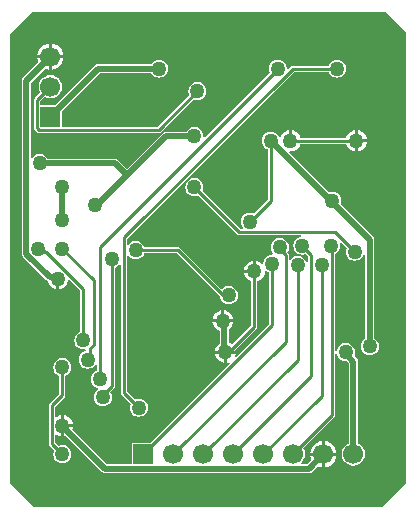
<source format=gbl>
G04*
G04 #@! TF.GenerationSoftware,Altium Limited,Altium Designer,20.0.9 (164)*
G04*
G04 Layer_Physical_Order=2*
G04 Layer_Color=16711680*
%FSLAX25Y25*%
%MOIN*%
G70*
G01*
G75*
%ADD10C,0.01000*%
%ADD43C,0.02000*%
%ADD44R,0.06693X0.06693*%
%ADD45C,0.06693*%
%ADD46R,0.06693X0.06693*%
%ADD47C,0.05000*%
G36*
X391480Y492578D02*
Y342500D01*
Y342422D01*
X383578Y334520D01*
X267422D01*
X259520Y342422D01*
Y492078D01*
X266922Y499480D01*
X384578D01*
X391480Y492578D01*
D02*
G37*
%LPC*%
G36*
X273500Y488818D02*
Y485000D01*
X277318D01*
X277235Y485635D01*
X276797Y486692D01*
X276100Y487600D01*
X275192Y488297D01*
X274135Y488735D01*
X273500Y488818D01*
D02*
G37*
G36*
X272500D02*
X271865Y488735D01*
X270808Y488297D01*
X269900Y487600D01*
X269203Y486692D01*
X268765Y485635D01*
X268682Y485000D01*
X272500D01*
Y488818D01*
D02*
G37*
G36*
X277318Y484000D02*
X273500D01*
Y480182D01*
X274135Y480265D01*
X275192Y480703D01*
X276100Y481400D01*
X276797Y482308D01*
X277235Y483365D01*
X277318Y484000D01*
D02*
G37*
G36*
X272500D02*
X268682D01*
X268765Y483365D01*
X269040Y482703D01*
X263919Y477581D01*
X263587Y477085D01*
X263471Y476500D01*
Y418843D01*
X263587Y418258D01*
X263919Y417762D01*
X271688Y409993D01*
X272070Y409737D01*
X272090Y409586D01*
X272443Y408735D01*
X273004Y408004D01*
X273735Y407443D01*
X274586Y407090D01*
X275000Y407036D01*
Y410500D01*
X276000D01*
Y407036D01*
X276414Y407090D01*
X277265Y407443D01*
X277996Y408004D01*
X278557Y408735D01*
X278910Y409586D01*
X278951Y409900D01*
X279479Y410079D01*
X282980Y406578D01*
Y392825D01*
X282487Y392620D01*
X281860Y392140D01*
X281380Y391513D01*
X281077Y390783D01*
X280974Y390000D01*
X281077Y389217D01*
X281380Y388487D01*
X281860Y387860D01*
X282487Y387380D01*
X283217Y387077D01*
X284000Y386974D01*
X284528Y387044D01*
X284884Y386718D01*
X284935Y386589D01*
X284902Y386447D01*
X284717Y386423D01*
X283987Y386121D01*
X283360Y385640D01*
X282879Y385013D01*
X282577Y384283D01*
X282474Y383500D01*
X282577Y382717D01*
X282879Y381987D01*
X283360Y381360D01*
X283987Y380879D01*
X284717Y380577D01*
X285500Y380474D01*
X286283Y380577D01*
X287013Y380879D01*
X287640Y381360D01*
X287980Y381804D01*
X288480Y381635D01*
Y379825D01*
X287987Y379621D01*
X287360Y379140D01*
X286879Y378513D01*
X286577Y377783D01*
X286474Y377000D01*
X286577Y376217D01*
X286879Y375487D01*
X287360Y374860D01*
X287987Y374379D01*
X288717Y374077D01*
X288782Y374069D01*
X288860Y373898D01*
X288895Y373550D01*
X288360Y373140D01*
X287879Y372513D01*
X287577Y371783D01*
X287474Y371000D01*
X287577Y370217D01*
X287879Y369487D01*
X288360Y368860D01*
X288987Y368379D01*
X289717Y368077D01*
X290500Y367974D01*
X291283Y368077D01*
X292013Y368379D01*
X292640Y368860D01*
X293121Y369487D01*
X293423Y370217D01*
X293526Y371000D01*
X293423Y371783D01*
X293121Y372513D01*
X292981Y372695D01*
X294221Y373936D01*
X294442Y374267D01*
X294520Y374657D01*
Y414175D01*
X295013Y414380D01*
X295640Y414860D01*
X295980Y415305D01*
X296480Y415135D01*
Y372500D01*
X296558Y372110D01*
X296779Y371779D01*
X299782Y368776D01*
X299577Y368283D01*
X299474Y367500D01*
X299577Y366717D01*
X299880Y365987D01*
X300360Y365360D01*
X300987Y364879D01*
X301717Y364577D01*
X302500Y364474D01*
X303283Y364577D01*
X304013Y364879D01*
X304640Y365360D01*
X305120Y365987D01*
X305423Y366717D01*
X305526Y367500D01*
X305423Y368283D01*
X305120Y369013D01*
X304640Y369640D01*
X304013Y370121D01*
X303283Y370423D01*
X302500Y370526D01*
X301717Y370423D01*
X301223Y370218D01*
X298520Y372922D01*
Y418135D01*
X299020Y418304D01*
X299360Y417860D01*
X299987Y417380D01*
X300717Y417077D01*
X301500Y416974D01*
X302283Y417077D01*
X303013Y417380D01*
X303640Y417860D01*
X304120Y418487D01*
X304325Y418980D01*
X315078D01*
X329537Y404521D01*
X329577Y404217D01*
X329879Y403487D01*
X330360Y402860D01*
X330987Y402380D01*
X331717Y402077D01*
X332500Y401974D01*
X333283Y402077D01*
X334013Y402380D01*
X334640Y402860D01*
X335121Y403487D01*
X335423Y404217D01*
X335526Y405000D01*
X335423Y405783D01*
X335121Y406513D01*
X334640Y407140D01*
X334013Y407620D01*
X333283Y407923D01*
X332500Y408026D01*
X331717Y407923D01*
X330987Y407620D01*
X330360Y407140D01*
X330349Y407125D01*
X329850Y407092D01*
X316221Y420721D01*
X315890Y420942D01*
X315500Y421020D01*
X304325D01*
X304120Y421513D01*
X303640Y422140D01*
X303013Y422620D01*
X302283Y422923D01*
X301500Y423026D01*
X300717Y422923D01*
X299987Y422620D01*
X299360Y422140D01*
X299020Y421696D01*
X298520Y421865D01*
Y423850D01*
X354150Y479480D01*
X365731D01*
X365935Y478987D01*
X366416Y478360D01*
X367042Y477879D01*
X367772Y477577D01*
X368555Y477474D01*
X369339Y477577D01*
X370068Y477879D01*
X370695Y478360D01*
X371176Y478987D01*
X371478Y479717D01*
X371581Y480500D01*
X371478Y481283D01*
X371176Y482013D01*
X370695Y482640D01*
X370068Y483120D01*
X369339Y483423D01*
X368555Y483526D01*
X367772Y483423D01*
X367042Y483120D01*
X366416Y482640D01*
X365935Y482013D01*
X365731Y481520D01*
X353727D01*
X353337Y481442D01*
X353006Y481221D01*
X352280Y480495D01*
X351777Y480699D01*
X351700Y481283D01*
X351398Y482013D01*
X350917Y482640D01*
X350290Y483120D01*
X349561Y483423D01*
X348778Y483526D01*
X347994Y483423D01*
X347265Y483120D01*
X346638Y482640D01*
X346157Y482013D01*
X345855Y481283D01*
X345752Y480500D01*
X345855Y479717D01*
X346059Y479223D01*
X324484Y457648D01*
X324010Y457882D01*
X324026Y458000D01*
X323923Y458783D01*
X323621Y459513D01*
X323140Y460140D01*
X322513Y460620D01*
X321783Y460923D01*
X321000Y461026D01*
X320217Y460923D01*
X319487Y460620D01*
X318860Y460140D01*
X318392Y459529D01*
X311500D01*
X310915Y459413D01*
X310419Y459081D01*
X298500Y447163D01*
X295581Y450081D01*
X295085Y450413D01*
X294500Y450529D01*
X272108D01*
X271640Y451140D01*
X271013Y451620D01*
X270283Y451923D01*
X269500Y452026D01*
X268717Y451923D01*
X267987Y451620D01*
X267360Y451140D01*
X267029Y450708D01*
X266529Y450878D01*
Y475867D01*
X271203Y480540D01*
X271865Y480265D01*
X272500Y480182D01*
Y484000D01*
D02*
G37*
G36*
X309222Y483526D02*
X308439Y483423D01*
X307709Y483120D01*
X307083Y482640D01*
X306614Y482029D01*
X289000D01*
X288415Y481913D01*
X287919Y481581D01*
X274684Y468347D01*
X269673D01*
Y469731D01*
X271076Y471134D01*
X271996Y470753D01*
X273000Y470620D01*
X274004Y470753D01*
X274940Y471140D01*
X275743Y471757D01*
X276360Y472560D01*
X276747Y473496D01*
X276880Y474500D01*
X276747Y475504D01*
X276360Y476440D01*
X275743Y477243D01*
X274940Y477860D01*
X274004Y478247D01*
X273000Y478380D01*
X271996Y478247D01*
X271060Y477860D01*
X270257Y477243D01*
X269640Y476440D01*
X269253Y475504D01*
X269120Y474500D01*
X269253Y473496D01*
X269634Y472576D01*
X267933Y470875D01*
X267712Y470544D01*
X267634Y470154D01*
Y460739D01*
X267712Y460349D01*
X267933Y460018D01*
X268518Y459433D01*
X268849Y459212D01*
X269239Y459134D01*
X309154D01*
X309544Y459212D01*
X309875Y459433D01*
X320724Y470282D01*
X321217Y470077D01*
X322000Y469974D01*
X322783Y470077D01*
X323513Y470379D01*
X324140Y470860D01*
X324621Y471487D01*
X324923Y472217D01*
X325026Y473000D01*
X324923Y473783D01*
X324621Y474513D01*
X324140Y475140D01*
X323513Y475621D01*
X322783Y475923D01*
X322000Y476026D01*
X321217Y475923D01*
X320487Y475621D01*
X319860Y475140D01*
X319379Y474513D01*
X319077Y473783D01*
X318974Y473000D01*
X319077Y472217D01*
X319282Y471724D01*
X308731Y461173D01*
X276847D01*
Y466184D01*
X289633Y478971D01*
X306614D01*
X307083Y478360D01*
X307709Y477879D01*
X308439Y477577D01*
X309222Y477474D01*
X310005Y477577D01*
X310735Y477879D01*
X311362Y478360D01*
X311843Y478987D01*
X312145Y479717D01*
X312248Y480500D01*
X312145Y481283D01*
X311843Y482013D01*
X311362Y482640D01*
X310735Y483120D01*
X310005Y483423D01*
X309222Y483526D01*
D02*
G37*
G36*
X374500Y459964D02*
X374086Y459910D01*
X373235Y459557D01*
X372504Y458996D01*
X371943Y458265D01*
X371634Y457520D01*
X356366D01*
X356057Y458265D01*
X355496Y458996D01*
X354765Y459557D01*
X353914Y459910D01*
X353500Y459964D01*
Y456500D01*
X352500D01*
Y459964D01*
X352086Y459910D01*
X351235Y459557D01*
X350504Y458996D01*
X349943Y458265D01*
X349750Y457800D01*
X349209Y457800D01*
X349120Y458013D01*
X348640Y458640D01*
X348013Y459121D01*
X347283Y459423D01*
X346500Y459526D01*
X345717Y459423D01*
X344987Y459121D01*
X344360Y458640D01*
X343880Y458013D01*
X343577Y457283D01*
X343474Y456500D01*
X343577Y455717D01*
X343880Y454987D01*
X344360Y454360D01*
X344987Y453879D01*
X345480Y453675D01*
Y436922D01*
X340776Y432218D01*
X340283Y432423D01*
X339500Y432526D01*
X338717Y432423D01*
X337987Y432121D01*
X337360Y431640D01*
X336879Y431013D01*
X336577Y430283D01*
X336474Y429500D01*
X336577Y428717D01*
X336879Y427987D01*
X337238Y427520D01*
X337027Y427020D01*
X336422D01*
X323718Y439723D01*
X323923Y440217D01*
X324026Y441000D01*
X323923Y441783D01*
X323621Y442513D01*
X323140Y443140D01*
X322513Y443620D01*
X321783Y443923D01*
X321000Y444026D01*
X320217Y443923D01*
X319487Y443620D01*
X318860Y443140D01*
X318379Y442513D01*
X318077Y441783D01*
X317974Y441000D01*
X318077Y440217D01*
X318379Y439487D01*
X318860Y438860D01*
X319487Y438379D01*
X320217Y438077D01*
X321000Y437974D01*
X321783Y438077D01*
X322276Y438282D01*
X335279Y425279D01*
X335610Y425058D01*
X336000Y424980D01*
X356622D01*
X356655Y424480D01*
X356217Y424423D01*
X355487Y424121D01*
X354860Y423640D01*
X354380Y423013D01*
X354077Y422283D01*
X353974Y421500D01*
X354077Y420717D01*
X354380Y419987D01*
X354860Y419360D01*
X355487Y418880D01*
X356217Y418577D01*
X357000Y418474D01*
X357783Y418577D01*
X358277Y418782D01*
X358980Y418078D01*
Y415378D01*
X358480Y415345D01*
X358423Y415783D01*
X358120Y416513D01*
X357640Y417140D01*
X357013Y417621D01*
X356283Y417923D01*
X355500Y418026D01*
X354717Y417923D01*
X353987Y417621D01*
X353360Y417140D01*
X353020Y416695D01*
X352520Y416865D01*
Y418414D01*
X352442Y418804D01*
X352221Y419135D01*
X352011Y419345D01*
X352120Y419487D01*
X352423Y420217D01*
X352526Y421000D01*
X352423Y421783D01*
X352120Y422513D01*
X351640Y423140D01*
X351013Y423621D01*
X350283Y423923D01*
X349500Y424026D01*
X348717Y423923D01*
X347987Y423621D01*
X347360Y423140D01*
X346880Y422513D01*
X346577Y421783D01*
X346474Y421000D01*
X346577Y420217D01*
X346880Y419487D01*
X347256Y418996D01*
X347021Y418523D01*
X347000Y418526D01*
X346217Y418423D01*
X345487Y418120D01*
X344860Y417640D01*
X344379Y417013D01*
X344077Y416283D01*
X343996Y415666D01*
X343504Y415497D01*
X343495Y415497D01*
X342765Y416057D01*
X341914Y416410D01*
X341500Y416464D01*
Y413000D01*
X341000D01*
Y412500D01*
X337536D01*
X337590Y412086D01*
X337943Y411235D01*
X338504Y410504D01*
X339235Y409943D01*
X339980Y409634D01*
Y394973D01*
X333614Y388606D01*
X333025Y389058D01*
X332529Y389263D01*
Y393646D01*
X332996Y394004D01*
X333557Y394735D01*
X333910Y395586D01*
X333964Y396000D01*
X327036D01*
X327090Y395586D01*
X327443Y394735D01*
X328004Y394004D01*
X328735Y393443D01*
X329471Y393138D01*
Y389039D01*
X328764Y388496D01*
X328203Y387765D01*
X327850Y386914D01*
X327796Y386500D01*
X334724D01*
X334686Y386794D01*
X341721Y393829D01*
X341942Y394160D01*
X342020Y394550D01*
Y409634D01*
X342765Y409943D01*
X343496Y410504D01*
X344057Y411235D01*
X344410Y412086D01*
X344530Y413000D01*
X344529Y413011D01*
X345001Y413252D01*
X345487Y412880D01*
X345980Y412675D01*
Y395422D01*
X334905Y384347D01*
X334481Y384630D01*
X334670Y385087D01*
X334724Y385500D01*
X331760D01*
Y382536D01*
X332174Y382590D01*
X332631Y382780D01*
X332914Y382356D01*
X306404Y355847D01*
X300153D01*
Y348683D01*
X291980D01*
X280312Y360351D01*
X280410Y360586D01*
X280464Y361000D01*
X277500D01*
Y358036D01*
X277914Y358090D01*
X278149Y358188D01*
X290265Y346072D01*
X290761Y345741D01*
X291347Y345624D01*
X359154D01*
X359739Y345741D01*
X360235Y346072D01*
X362203Y348040D01*
X362865Y347765D01*
X363500Y347682D01*
Y351500D01*
X359682D01*
X359765Y350865D01*
X360040Y350203D01*
X358520Y348683D01*
X356773D01*
X356613Y349156D01*
X356743Y349257D01*
X357360Y350060D01*
X357747Y350996D01*
X357880Y352000D01*
X357747Y353004D01*
X357366Y353924D01*
X367721Y364279D01*
X367942Y364610D01*
X368020Y365000D01*
Y385473D01*
X368520Y385506D01*
X368558Y385217D01*
X368860Y384487D01*
X369341Y383860D01*
X369968Y383380D01*
X370697Y383077D01*
X371480Y382974D01*
X371697Y383003D01*
X372471Y382229D01*
Y355530D01*
X372060Y355360D01*
X371257Y354743D01*
X370640Y353940D01*
X370253Y353004D01*
X370120Y352000D01*
X370253Y350996D01*
X370640Y350060D01*
X371257Y349257D01*
X372060Y348640D01*
X372996Y348253D01*
X374000Y348120D01*
X375004Y348253D01*
X375940Y348640D01*
X376743Y349257D01*
X377360Y350060D01*
X377747Y350996D01*
X377880Y352000D01*
X377747Y353004D01*
X377360Y353940D01*
X376743Y354743D01*
X375940Y355360D01*
X375529Y355530D01*
Y382863D01*
X375413Y383448D01*
X375081Y383944D01*
X374229Y384797D01*
X374403Y385217D01*
X374506Y386000D01*
X374403Y386783D01*
X374101Y387513D01*
X373620Y388140D01*
X372993Y388620D01*
X372264Y388923D01*
X371480Y389026D01*
X370697Y388923D01*
X369968Y388620D01*
X369341Y388140D01*
X368860Y387513D01*
X368558Y386783D01*
X368520Y386494D01*
X368020Y386527D01*
Y418885D01*
X368640Y419360D01*
X369121Y419987D01*
X369423Y420717D01*
X369526Y421500D01*
X369423Y422283D01*
X369320Y422531D01*
X369744Y422814D01*
X371782Y420777D01*
X371577Y420283D01*
X371474Y419500D01*
X371577Y418717D01*
X371880Y417987D01*
X372360Y417360D01*
X372987Y416880D01*
X373717Y416577D01*
X374500Y416474D01*
X375283Y416577D01*
X376013Y416880D01*
X376640Y417360D01*
X377120Y417987D01*
X377423Y418717D01*
X377471Y419080D01*
X377971Y419047D01*
Y390608D01*
X377360Y390140D01*
X376880Y389513D01*
X376577Y388783D01*
X376474Y388000D01*
X376577Y387217D01*
X376880Y386487D01*
X377360Y385860D01*
X377987Y385380D01*
X378717Y385077D01*
X379500Y384974D01*
X380283Y385077D01*
X381013Y385380D01*
X381640Y385860D01*
X382120Y386487D01*
X382423Y387217D01*
X382526Y388000D01*
X382423Y388783D01*
X382120Y389513D01*
X381640Y390140D01*
X381029Y390608D01*
Y423500D01*
X380913Y424085D01*
X380581Y424581D01*
X369783Y435380D01*
X369923Y435717D01*
X370026Y436500D01*
X369923Y437283D01*
X369620Y438013D01*
X369140Y438640D01*
X368513Y439120D01*
X367783Y439423D01*
X367000Y439526D01*
X366217Y439423D01*
X365880Y439283D01*
X352652Y452511D01*
X352885Y452985D01*
X353000Y452970D01*
X353914Y453090D01*
X354765Y453443D01*
X355496Y454004D01*
X356057Y454735D01*
X356366Y455480D01*
X371634D01*
X371943Y454735D01*
X372504Y454004D01*
X373235Y453443D01*
X374086Y453090D01*
X374500Y453036D01*
Y456500D01*
Y459964D01*
D02*
G37*
G36*
X375500D02*
Y457000D01*
X378464D01*
X378410Y457414D01*
X378057Y458265D01*
X377496Y458996D01*
X376765Y459557D01*
X375914Y459910D01*
X375500Y459964D01*
D02*
G37*
G36*
X378464Y456000D02*
X375500D01*
Y453036D01*
X375914Y453090D01*
X376765Y453443D01*
X377496Y454004D01*
X378057Y454735D01*
X378410Y455586D01*
X378464Y456000D01*
D02*
G37*
G36*
X340500Y416464D02*
X340086Y416410D01*
X339235Y416057D01*
X338504Y415496D01*
X337943Y414765D01*
X337590Y413914D01*
X337536Y413500D01*
X340500D01*
Y416464D01*
D02*
G37*
G36*
X331000Y399964D02*
Y397000D01*
X333964D01*
X333910Y397414D01*
X333557Y398265D01*
X332996Y398996D01*
X332265Y399557D01*
X331414Y399910D01*
X331000Y399964D01*
D02*
G37*
G36*
X330000D02*
X329586Y399910D01*
X328735Y399557D01*
X328004Y398996D01*
X327443Y398265D01*
X327090Y397414D01*
X327036Y397000D01*
X330000D01*
Y399964D01*
D02*
G37*
G36*
X330760Y385500D02*
X327796D01*
X327850Y385087D01*
X328203Y384235D01*
X328764Y383504D01*
X329495Y382943D01*
X330346Y382590D01*
X330760Y382536D01*
Y385500D01*
D02*
G37*
G36*
X277500Y364964D02*
Y362000D01*
X280464D01*
X280410Y362414D01*
X280057Y363265D01*
X279496Y363996D01*
X278765Y364557D01*
X277914Y364910D01*
X277500Y364964D01*
D02*
G37*
G36*
X277000Y384026D02*
X276217Y383923D01*
X275487Y383621D01*
X274860Y383140D01*
X274379Y382513D01*
X274077Y381783D01*
X273974Y381000D01*
X274077Y380217D01*
X274379Y379487D01*
X274860Y378860D01*
X275487Y378380D01*
X275980Y378175D01*
Y372156D01*
X272779Y368955D01*
X272558Y368624D01*
X272480Y368234D01*
Y355500D01*
X272558Y355110D01*
X272779Y354779D01*
X274282Y353276D01*
X274077Y352783D01*
X273974Y352000D01*
X274077Y351217D01*
X274379Y350487D01*
X274860Y349860D01*
X275487Y349379D01*
X276217Y349077D01*
X277000Y348974D01*
X277783Y349077D01*
X278513Y349379D01*
X279140Y349860D01*
X279621Y350487D01*
X279923Y351217D01*
X280026Y352000D01*
X279923Y352783D01*
X279621Y353513D01*
X279140Y354140D01*
X278513Y354621D01*
X277783Y354923D01*
X277000Y355026D01*
X276217Y354923D01*
X275724Y354718D01*
X274520Y355922D01*
Y358426D01*
X274968Y358647D01*
X275235Y358443D01*
X276086Y358090D01*
X276500Y358036D01*
Y361500D01*
Y364964D01*
X276086Y364910D01*
X275235Y364557D01*
X274968Y364352D01*
X274520Y364574D01*
Y367812D01*
X277721Y371013D01*
X277942Y371344D01*
X278020Y371734D01*
Y378175D01*
X278513Y378380D01*
X279140Y378860D01*
X279621Y379487D01*
X279923Y380217D01*
X280026Y381000D01*
X279923Y381783D01*
X279621Y382513D01*
X279140Y383140D01*
X278513Y383621D01*
X277783Y383923D01*
X277000Y384026D01*
D02*
G37*
G36*
X364500Y356318D02*
Y352500D01*
X368318D01*
X368235Y353135D01*
X367797Y354192D01*
X367100Y355100D01*
X366192Y355797D01*
X365135Y356235D01*
X364500Y356318D01*
D02*
G37*
G36*
X363500D02*
X362865Y356235D01*
X361808Y355797D01*
X360900Y355100D01*
X360203Y354192D01*
X359765Y353135D01*
X359682Y352500D01*
X363500D01*
Y356318D01*
D02*
G37*
G36*
X368318Y351500D02*
X364500D01*
Y347682D01*
X365135Y347765D01*
X366192Y348203D01*
X367100Y348900D01*
X367797Y349808D01*
X368235Y350865D01*
X368318Y351500D01*
D02*
G37*
%LPD*%
D10*
X371480Y385382D02*
Y386000D01*
X293500Y374657D02*
Y417000D01*
X290500Y371657D02*
X293500Y374657D01*
X315500Y420000D02*
X330500Y405000D01*
X301500Y420000D02*
X315500D01*
X297500Y372500D02*
Y424273D01*
X290500Y371000D02*
Y371657D01*
X297500Y372500D02*
X302500Y367500D01*
X297500Y424273D02*
X353727Y480500D01*
X289500Y377000D02*
Y421222D01*
X348778Y480500D01*
X268653Y460739D02*
Y470154D01*
X269239Y460153D02*
X309154D01*
X268653Y470154D02*
X273000Y474500D01*
X268653Y460739D02*
X269239Y460153D01*
X309154D02*
X322000Y473000D01*
X366500Y421500D02*
X367000Y421000D01*
X336000Y426000D02*
X368000D01*
X374500Y419500D01*
X321000Y441000D02*
X336000Y426000D01*
X271578Y419422D02*
X284000Y407000D01*
Y390000D02*
Y407000D01*
X269000Y420500D02*
X270082D01*
X271161Y419422D01*
X271578D01*
X277000Y371734D02*
Y381000D01*
X273500Y368234D02*
X277000Y371734D01*
X273500Y355500D02*
Y368234D01*
Y355500D02*
X277000Y352000D01*
X285500Y383500D02*
X286265Y384265D01*
Y387316D01*
X287500Y388550D01*
Y410000D01*
X277000Y420500D02*
X287500Y410000D01*
X353727Y480500D02*
X368555D01*
X330500Y405000D02*
X332500D01*
X341000Y394550D02*
Y413000D01*
X333215Y386766D02*
X341000Y394550D01*
X354000Y352000D02*
X367000Y365000D01*
Y421000D01*
X344000Y352000D02*
X363500Y371500D01*
Y415000D01*
X360000Y378000D02*
Y418500D01*
X334000Y352000D02*
X360000Y378000D01*
X357000Y421500D02*
X360000Y418500D01*
X355500Y383500D02*
Y415000D01*
X324000Y352000D02*
X355500Y383500D01*
X314000Y352000D02*
X351500Y389500D01*
Y418414D01*
X349500Y420414D02*
Y421000D01*
Y420414D02*
X351500Y418414D01*
X347000Y395000D02*
Y415500D01*
X304000Y352000D02*
X347000Y395000D01*
X353000Y456500D02*
X375000D01*
X346500Y436500D02*
Y456500D01*
X339500Y429500D02*
X346500Y436500D01*
D43*
X298500Y445000D02*
X311500Y458000D01*
X288500Y435000D02*
X298500Y445000D01*
X269500Y449000D02*
X294500D01*
X298500Y445000D01*
X374000Y352000D02*
Y382863D01*
X371480Y385382D02*
X374000Y382863D01*
X379500Y388000D02*
Y423500D01*
X346500Y456500D02*
X379500Y423500D01*
X288000Y435000D02*
X288500D01*
X311500Y458000D02*
X321000D01*
X272769Y411074D02*
X274926D01*
X265000Y418843D02*
X272769Y411074D01*
X265000Y418843D02*
Y476500D01*
X273000Y484500D01*
X274926Y411074D02*
X275500Y410500D01*
X273000Y464500D02*
X289000Y480500D01*
X309222D01*
X276999Y441000D02*
X277000Y441000D01*
Y430000D02*
Y441000D01*
Y430000D02*
X277000Y430000D01*
X331000Y386260D02*
X331260Y386000D01*
X331000Y386260D02*
Y396000D01*
X330500Y396500D02*
X331000Y396000D01*
X277000Y361500D02*
X291347Y347153D01*
X359154D02*
X364000Y352000D01*
X291347Y347153D02*
X359154D01*
D44*
X273000Y464500D02*
D03*
D45*
Y474500D02*
D03*
Y484500D02*
D03*
X374000Y352000D02*
D03*
X364000D02*
D03*
X354000D02*
D03*
X344000D02*
D03*
X334000D02*
D03*
X324000D02*
D03*
X314000D02*
D03*
D46*
X304000D02*
D03*
D47*
X269500Y449000D02*
D03*
X371480Y386000D02*
D03*
X293500Y417000D02*
D03*
X301500Y420000D02*
D03*
X290500Y371000D02*
D03*
X322000Y473000D02*
D03*
X366500Y421500D02*
D03*
X321000Y441000D02*
D03*
X374500Y419500D02*
D03*
X379500Y388000D02*
D03*
X288000Y435000D02*
D03*
X321000Y458000D02*
D03*
X275500Y410500D02*
D03*
X277000Y352000D02*
D03*
Y381000D02*
D03*
Y420500D02*
D03*
X285500Y383500D02*
D03*
X269000Y420500D02*
D03*
X284000Y390000D02*
D03*
X367000Y436500D02*
D03*
X309222Y480500D02*
D03*
X277000Y430000D02*
D03*
X276999Y441000D02*
D03*
X332500Y405000D02*
D03*
X330500Y396500D02*
D03*
X341000Y413000D02*
D03*
X277000Y361500D02*
D03*
X331260Y386000D02*
D03*
X348778Y480500D02*
D03*
X368555D02*
D03*
X302500Y367500D02*
D03*
X289500Y377000D02*
D03*
X363500Y415000D02*
D03*
X357000Y421500D02*
D03*
X355500Y415000D02*
D03*
X349500Y421000D02*
D03*
X347000Y415500D02*
D03*
X375000Y456500D02*
D03*
X353000D02*
D03*
X339500Y429500D02*
D03*
X346500Y456500D02*
D03*
M02*

</source>
